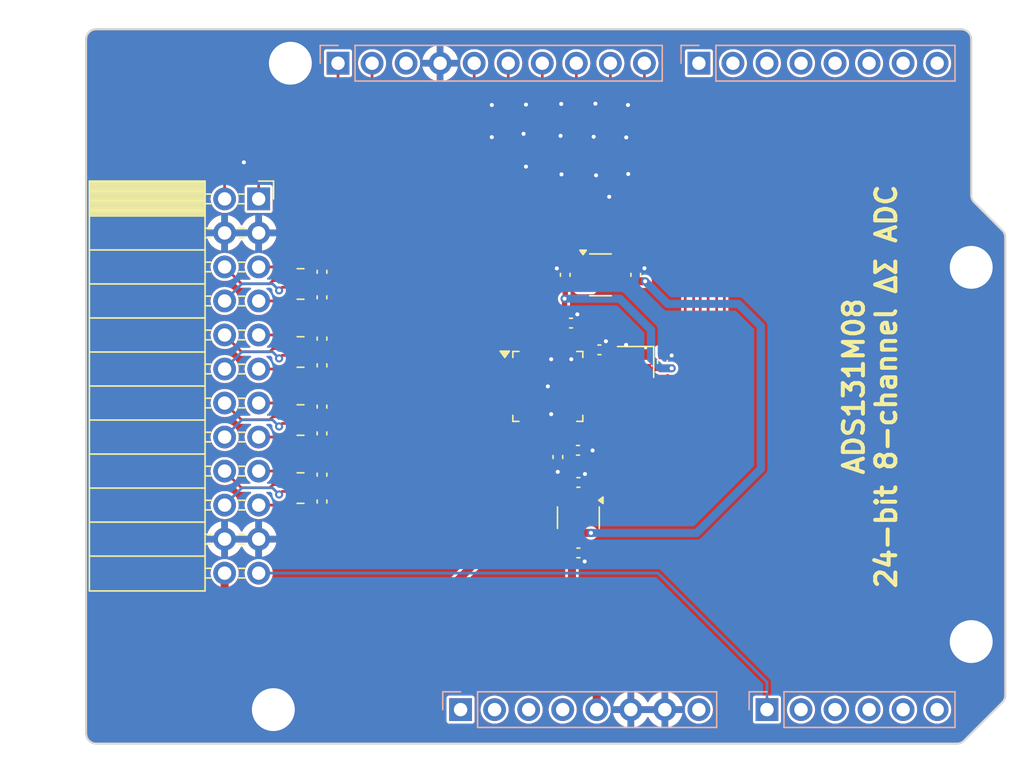
<source format=kicad_pcb>
(kicad_pcb (version 20240703) (generator "pcbnew") (generator_version "8.99")
  (title_block (date "mar. 31 mars 2015"))
  (layers (0 "F.Cu" signal) (1 "In1.Cu" signal) (2 "In2.Cu" signal) (31 "B.Cu" signal) (34 "B.Paste" user) (35 "F.Paste" user) (36 "B.SilkS" user "B.Silkscreen") (37 "F.SilkS" user "F.Silkscreen") (38 "B.Mask" user) (39 "F.Mask" user) (44 "Edge.Cuts" user))
  (net 0 "")
  (net 1 "GND")
  (net 3 "+5V")
  (net 4 "/IOREF")
  (net 5 "/A0")
  (net 6 "/A1")
  (net 7 "/A2")
  (net 8 "/A3")
  (net 9 "/SDA{slash}A4")
  (net 10 "/SCL{slash}A5")
  (net 11 "/13")
  (net 12 "/12")
  (net 13 "/AREF")
  (net 14 "/8")
  (net 15 "/7")
  (net 16 "/*11")
  (net 17 "/*10")
  (net 18 "/*9")
  (net 19 "/4")
  (net 20 "/2")
  (net 21 "/*6")
  (net 22 "/*5")
  (net 23 "/TX{slash}1")
  (net 24 "/*3")
  (net 25 "/RX{slash}0")
  (net 26 "+3V3")
  (net 27 "VCC")
  (net 28 "/~{RESET}")
  (net 29 "+3.3V")
  (net 31 "+3.3VADC")
  (net 33 "/AIN0N")
  (net 34 "/AIN0P")
  (net 35 "/AIN1N")
  (net 36 "/AIN1P")
  (net 37 "Net-(U1-CAP)")
  (net 39 "/AIN2P")
  (net 40 "/AIN2N")
  (net 41 "/AIN3P")
  (net 42 "/AIN3N")
  (net 43 "/AIN4P")
  (net 44 "/AIN4N")
  (net 45 "/AIN5N")
  (net 47 "/AIN5P")
  (net 48 "/AIN6N")
  (net 49 "/AIN6P")
  (net 50 "/AIN7P")
  (net 51 "/AIN7N")
  (net 52 "Net-(U1-REFIN)")
  (net 53 "Net-(U1-XTAL1{slash}CLKIN)")
  (net 55 "/IN0+")
  (net 56 "/IN0-")
  (net 57 "/IN2+")
  (net 58 "/IN2-")
  (net 59 "/IN4+")
  (net 60 "/IN1+")
  (net 61 "/IN5-")
  (net 62 "/IN1-")
  (net 63 "/IN5+")
  (net 64 "/IN3-")
  (net 65 "/IN4-")
  (net 66 "/IN6+")
  (net 67 "/IN7+")
  (net 68 "/IN6-")
  (net 69 "/IN7-")
  (net 70 "/IN3+")
  (footprint "Capacitor_SMD:C_0402_1005Metric" (layer "F.Cu") (at 136.7 78.1)
    (property "Reference" "C2" (hide yes))
    (property "Value" "1uF")
  )
  (footprint "Capacitor_SMD:C_0402_1005Metric" (layer "F.Cu") (at 135.2 78.6 -90)
    (property "Reference" "C3" (hide yes))
    (property "Value" "100nF")
  )
  (footprint "Connector_PinSocket_2.54mm:PinSocket_2x12_P2.54mm_Horizontal" (layer "F.Cu") (at 112.875 59.33)
    (property "Reference" "J5" (hide yes))
    (property "Value" "Conn_02x12_Odd_Even")
  )
  (footprint "Resistor_SMD:R_Array_Concave_4x0402" (layer "F.Cu") (at 116 65.68 180)
    (property "Reference" "RN3" (hide yes))
    (property "Value" "10kR")
  )
  (footprint "Resistor_SMD:R_Array_Concave_4x0402" (layer "F.Cu") (at 116 70.76 180)
    (property "Reference" "RN1" (hide yes))
    (property "Value" "10kR")
  )
  (footprint "Capacitor_SMD:C_0402_1005Metric" (layer "F.Cu") (at 143 71.5 90)
    (property "Reference" "C5" (hide yes))
    (property "Value" "100nF")
  )
  (footprint "Capacitor_SMD:C_0402_1005Metric" (layer "F.Cu") (at 117.6 74.84 -90)
    (property "Reference" "C10" (hide yes))
    (property "Value" "10nF")
  )
  (footprint "Capacitor_SMD:C_0402_1005Metric" (layer "F.Cu") (at 117.6 66.68 90)
    (property "Reference" "C7" (hide yes))
    (property "Value" "10nF")
  )
  (footprint "Capacitor_SMD:C_0402_1005Metric" (layer "F.Cu") (at 117.6 79.92 -90)
    (property "Reference" "C12" (hide yes))
    (property "Value" "10nF")
  )
  (footprint "Capacitor_SMD:C_0402_1005Metric" (layer "F.Cu") (at 117.6 81.92 90)
    (property "Reference" "C13" (hide yes))
    (property "Value" "10nF")
  )
  (footprint "Capacitor_SMD:C_0402_1005Metric" (layer "F.Cu") (at 117.6 71.76 90)
    (property "Reference" "C9" (hide yes))
    (property "Value" "10nF")
  )
  (footprint "Crystal:Crystal_SMD_2016-4Pin_2.0x1.6mm" (layer "F.Cu") (at 141 71.5 180)
    (property "Reference" "X1" (hide yes))
    (property "Value" "SiT8008")
  )
  (footprint "Capacitor_SMD:C_0402_1005Metric" (layer "F.Cu") (at 136.73 80.5)
    (property "Reference" "C17" (hide yes))
    (property "Value" "1uF")
  )
  (footprint "Arduino_MountingHole:MountingHole_3.2mm" (layer "F.Cu") (at 115.24 49.2)
    (property "Reference" "MH1" (hide yes))
    (property "Value" "MountingHole_3.2mm" (hide yes))
  )
  (footprint "Capacitor_SMD:C_0402_1005Metric" (layer "F.Cu") (at 135.75 65 90)
    (property "Reference" "C15" (hide yes))
    (property "Value" "1uF")
  )
  (footprint "Capacitor_SMD:C_0402_1005Metric" (layer "F.Cu") (at 136.18 68.6)
    (property "Reference" "C1" (hide yes))
    (property "Value" "1uF")
  )
  (footprint "Package_QFP:LQFP-32_5x5mm_P0.5mm" (layer "F.Cu") (at 134.45 73.33)
    (property "Reference" "U1" (hide yes))
    (property "Value" "ADS131M08IPB")
  )
  (footprint "Resistor_SMD:R_Array_Concave_4x0402" (layer "F.Cu") (at 116 80.92 180)
    (property "Reference" "RN4" (hide yes))
    (property "Value" "10kR")
  )
  (footprint "Capacitor_SMD:C_0402_1005Metric" (layer "F.Cu") (at 141.01 65 90)
    (property "Reference" "C16" (hide yes))
    (property "Value" "1uF")
  )
  (footprint "Package_TO_SOT_SMD:SOT-23-3" (layer "F.Cu") (at 138.38 65)
    (property "Reference" "U2" (hide yes))
    (property "Value" "XC6206PxxxMR")
  )
  (footprint "Capacitor_SMD:C_0402_1005Metric" (layer "F.Cu") (at 117.6 64.77 -90)
    (property "Reference" "C6" (hide yes))
    (property "Value" "10nF")
  )
  (footprint "Capacitor_SMD:C_0402_1005Metric" (layer "F.Cu") (at 117.6 76.84 90)
    (property "Reference" "C11" (hide yes))
    (property "Value" "10nF")
  )
  (footprint "Capacitor_SMD:C_0402_1005Metric" (layer "F.Cu") (at 136.73 85.76)
    (property "Reference" "C14" (hide yes))
    (property "Value" "1uF")
  )
  (footprint "Capacitor_SMD:C_0402_1005Metric" (layer "F.Cu") (at 138.3 70.6)
    (property "Reference" "C4" (hide yes))
    (property "Value" "220nF")
  )
  (footprint "Capacitor_SMD:C_0402_1005Metric" (layer "F.Cu") (at 117.6 69.76 -90)
    (property "Reference" "C8" (hide yes))
    (property "Value" "10nF")
  )
  (footprint "Arduino_MountingHole:MountingHole_3.2mm" (layer "F.Cu") (at 113.97 97.46)
    (property "Reference" "MH2" (hide yes))
    (property "Value" "MountingHole_3.2mm" (hide yes))
  )
  (footprint "Arduino_MountingHole:MountingHole_3.2mm" (layer "F.Cu") (at 166.04 64.44)
    (property "Reference" "MH3" (hide yes))
    (property "Value" "MountingHole_3.2mm" (hide yes))
  )
  (footprint "Arduino_MountingHole:MountingHole_3.2mm" (layer "F.Cu") (at 166.04 92.38)
    (property "Reference" "MH4" (hide yes))
    (property "Value" "MountingHole_3.2mm" (hide yes))
  )
  (footprint "Resistor_SMD:R_Array_Concave_4x0402" (layer "F.Cu") (at 116 75.84 180)
    (property "Reference" "RN2" (hide yes))
    (property "Value" "10kR")
  )
  (footprint "Package_TO_SOT_SMD:SOT-23-3" (layer "F.Cu") (at 136.73 83.13 -90)
    (property "Reference" "U3" (hide yes))
    (property "Value" "XC6206PxxxMR")
  )
  (footprint "Connector_PinHeader_2.54mm:PinHeader_1x08_P2.54mm_Vertical" (layer "B.Cu") (at 127.94 97.46 -90)
    (property "Reference" "J1" (hide yes))
    (property "Value" "Power")
  )
  (footprint "Connector_PinHeader_2.54mm:PinHeader_1x06_P2.54mm_Vertical" (layer "B.Cu") (at 150.8 97.46 -90)
    (property "Reference" "J3" (hide yes))
    (property "Value" "Analog")
  )
  (footprint "Connector_PinHeader_2.54mm:PinHeader_1x10_P2.54mm_Vertical" (layer "B.Cu") (at 118.796 49.2 -90)
    (property "Reference" "J2" (hide yes))
    (property "Value" "Digital/PWM")
  )
  (footprint "Connector_PinHeader_2.54mm:PinHeader_1x08_P2.54mm_Vertical" (layer "B.Cu") (at 145.72 49.2 -90)
    (property "Reference" "J4" (hide yes))
    (property "Value" "Digital/PWM")
  )
  (gr_line (start 166.263185 59.583185) (end 168.356816 61.676816) (stroke (width 0.15)) (layer "Edge.Cuts"))
  (gr_line (start 100 99.238) (end 100 47.422) (stroke (width 0.15)) (layer "Edge.Cuts"))
  (gr_arc (start 166.263185 59.583185) (mid 166.098004 59.335974) (end 166.04 59.044369) (stroke (width 0.15)) (layer "Edge.Cuts"))
  (gr_arc (start 165.278 46.66) (mid 165.816815 46.883185) (end 166.04 47.422) (stroke (width 0.15)) (layer "Edge.Cuts"))
  (gr_line (start 168.58 62.215631) (end 168.58 96.382369) (stroke (width 0.15)) (layer "Edge.Cuts"))
  (gr_line (start 164.962369 100) (end 100.762 100) (stroke (width 0.15)) (layer "Edge.Cuts"))
  (gr_line (start 165.501185 99.776815) (end 168.356816 96.921184) (stroke (width 0.15)) (layer "Edge.Cuts"))
  (gr_line (start 100.762 46.66) (end 165.278 46.66) (stroke (width 0.15)) (layer "Edge.Cuts"))
  (gr_arc (start 100.762 100) (mid 100.223185 99.776815) (end 100 99.238) (stroke (width 0.15)) (layer "Edge.Cuts"))
  (gr_arc (start 168.58 96.382369) (mid 168.522006 96.67398) (end 168.356816 96.921184) (stroke (width 0.15)) (layer "Edge.Cuts"))
  (gr_arc (start 165.501185 99.776815) (mid 165.253974 99.941996) (end 164.962369 100) (stroke (width 0.15)) (layer "Edge.Cuts"))
  (gr_arc (start 168.356816 61.676816) (mid 168.521997 61.924026) (end 168.58 62.215631) (stroke (width 0.15)) (layer "Edge.Cuts"))
  (gr_line (start 166.04 47.422) (end 166.04 59.044369) (stroke (width 0.15)) (layer "Edge.Cuts"))
  (gr_arc (start 100 47.422) (mid 100.223185 46.883185) (end 100.762 46.66) (stroke (width 0.15)) (layer "Edge.Cuts"))
  (gr_text "ADS131M08\n24-bit 8-channel ΔΣ ADC" (at 158.49 73.33 90) (layer "F.SilkS") (effects (font (size 1.5 1.5) (thickness 0.3) (bold yes))))
  (segment (start 136.2 70.155) (end 136.2 71.3) (width 0.2) (layer "F.Cu") (net 1))
  (segment (start 135.2 79.7) (end 135.19 79.71) (width 0.4) (layer "F.Cu") (net 1))
  (segment (start 136.41 69.11) (end 136.2 69.32) (width 0.2) (layer "F.Cu") (net 1))
  (segment (start 136.2 69.32) (end 136.2 70.155) (width 0.2) (layer "F.Cu") (net 1))
  (segment (start 135.75 64.52) (end 136.16 64.52) (width 0.4) (layer "F.Cu") (net 1))
  (segment (start 141.01 64.52) (end 141.65 64.52) (width 0.4) (layer "F.Cu") (net 1))
  (segment (start 134.7 70.155) (end 134.7 71.3) (width 0.2) (layer "F.Cu") (net 1))
  (segment (start 138.78 70.6) (end 138.78 69.96) (width 0.4) (layer "F.Cu") (net 1))
  (segment (start 136.66 68.6) (end 136.66 67.96) (width 0.4) (layer "F.Cu") (net 1))
  (segment (start 137.18 78.1) (end 137.78 78.1) (width 0.4) (layer "F.Cu") (net 1))
  (segment (start 137.21 80.5) (end 137.21 79.88) (width 0.4) (layer "F.Cu") (net 1))
  (segment (start 137.68 81.22) (end 137.21 80.75) (width 0.4) (layer "F.Cu") (net 1))
  (segment (start 137.21 80.75) (end 137.21 80.5) (width 0.4) (layer "F.Cu") (net 1))
  (segment (start 140.3 70.24) (end 140.29 70.23) (width 0.4) (layer "F.Cu") (net 1))
  (segment (start 136.66 69) (end 136.55 69.11) (width 0.4) (layer "F.Cu") (net 1))
  (segment (start 135.75 64.52) (end 135.12 64.52) (width 0.4) (layer "F.Cu") (net 1))
  (segment (start 136.16 64.52) (end 136.63 64.05) (width 0.4) (layer "F.Cu") (net 1))
  (segment (start 137.21 86.39) (end 137.2 86.4) (width 0.4) (layer "F.Cu") (net 1))
  (segment (start 134.7 76.505) (end 134.7 75.4) (width 0.2) (layer "F.Cu") (net 1))
  (segment (start 137.21 79.88) (end 137.22 79.87) (width 0.4) (layer "F.Cu") (net 1))
  (segment (start 140.3 70.95) (end 140.3 70.24) (width 0.4) (layer "F.Cu") (net 1))
  (segment (start 137.21 85.76) (end 137.21 86.39) (width 0.4) (layer "F.Cu") (net 1))
  (segment (start 136.66 67.96) (end 136.65 67.95) (width 0.4) (layer "F.Cu") (net 1))
  (segment (start 141.65 64.52) (end 141.66 64.51) (width 0.4) (layer "F.Cu") (net 1))
  (segment (start 136.66 68.6) (end 136.66 69) (width 0.4) (layer "F.Cu") (net 1))
  (segment (start 136.63 64.05) (end 137.2425 64.05) (width 0.4) (layer "F.Cu") (net 1))
  (segment (start 135.2 79.08) (end 135.2 79.7) (width 0.4) (layer "F.Cu") (net 1))
  (segment (start 137.68 81.9925) (end 137.68 81.22) (width 0.4) (layer "F.Cu") (net 1))
  (segment (start 136.55 69.11) (end 136.41 69.11) (width 0.2) (layer "F.Cu") (net 1))
  (segment (start 137.78 78.1) (end 137.79 78.11) (width 0.4) (layer "F.Cu") (net 1))
  (segment (start 143 71.02) (end 143.69 71.02) (width 0.4) (layer "F.Cu") (net 1))
  (via (at 137.87 54.69) (size 0.6) (drill 0.3) (layers "F.Cu" "B.Cu") (net 1))
  (via (at 137.2 86.4) (size 0.6) (drill 0.3) (layers "F.Cu" "B.Cu") (net 1))
  (via (at 140.29 70.23) (size 0.6) (drill 0.3) (layers "F.Cu" "B.Cu") (net 1))
  (via (at 138.78 69.96) (size 0.6) (drill 0.3) (layers "F.Cu" "B.Cu") (net 1))
  (via (at 132.82 52.29) (size 0.6) (drill 0.3) (layers "F.Cu" "B.Cu") (net 1))
  (via (at 134.45 73.33) (size 0.6) (drill 0.3) (layers "F.Cu" "B.Cu") (net 1))
  (via (at 135.12 64.52) (size 0.6) (drill 0.3) (layers "F.Cu" "B.Cu") (net 1))
  (via (at 134.7 71.3) (size 0.6) (drill 0.3) (layers "F.Cu" "B.Cu") (net 1))
  (via (at 136.65 67.95) (size 0.6) (drill 0.3) (layers "F.Cu" "B.Cu") (net 1))
  (via (at 141.66 64.51) (size 0.6) (drill 0.3) (layers "F.Cu" "B.Cu") (net 1))
  (via (at 135.19 79.71) (size 0.6) (drill 0.3) (layers "F.Cu" "B.Cu") (net 1))
  (via (at 139.03 59.17) (size 0.6) (drill 0.3) (layers "F.Cu" "B.Cu") (net 1))
  (via (at 136.2 71.3) (size 0.6) (drill 0.3) (layers "F.Cu" "B.Cu") (net 1))
  (via (at 137.79 78.11) (size 0.6) (drill 0.3) (layers "F.Cu" "B.Cu") (net 1))
  (via (at 137.22 79.87) (size 0.6) (drill 0.3) (layers "F.Cu" "B.Cu") (net 1))
  (via (at 140.43 52.32) (size 0.6) (drill 0.3) (layers "F.Cu" "B.Cu") (net 1))
  (via (at 130.27 52.32) (size 0.6) (drill 0.3) (layers "F.Cu" "B.Cu") (net 1))
  (via (at 130.27 54.72) (size 0.6) (drill 0.3) (layers "F.Cu" "B.Cu") (net 1))
  (via (at 132.64 54.47) (size 0.6) (drill 0.3) (layers "F.Cu" "B.Cu") (net 1))
  (via (at 132.82 56.92) (size 0.6) (drill 0.3) (layers "F.Cu" "B.Cu") (net 1))
  (via (at 140.3 54.74) (size 0.6) (drill 0.3) (layers "F.Cu" "B.Cu") (net 1))
  (via (at 134.7 75.4) (size 0.6) (drill 0.3) (layers "F.Cu" "B.Cu") (net 1))
  (via (at 138.05 57.57) (size 0.6) (drill 0.3) (layers "F.Cu" "B.Cu") (net 1))
  (via (at 143.69 71.02) (size 0.6) (drill 0.3) (layers "F.Cu" "B.Cu") (net 1))
  (via (at 138 52.22) (size 0.6) (drill 0.3) (layers "F.Cu" "B.Cu") (net 1))
  (via (at 140.45 57.47) (size 0.6) (drill 0.3) (layers "F.Cu" "B.Cu") (net 1))
  (via (at 111.77 56.6) (size 0.6) (drill 0.3) (layers "F.Cu" "B.Cu") (net 1))
  (via (at 135.4 54.62) (size 0.6) (drill 0.3) (layers "F.Cu" "B.Cu") (net 1))
  (via (at 135.47 57.5) (size 0.6) (drill 0.3) (layers "F.Cu" "B.Cu") (net 1))
  (via (at 135.45 52.24) (size 0.6) (drill 0.3) (layers "F.Cu" "B.Cu") (net 1))
  (segment (start 139.5175 65) (end 140.24 65) (width 0.4) (layer "F.Cu") (net 3))
  (segment (start 136.25 90.54) (end 138.1 92.39) (width 0.6) (layer "F.Cu") (net 3))
  (segment (start 136.25 85.76) (end 136.25 90.54) (width 0.6) (layer "F.Cu") (net 3))
  (segment (start 136.7325 84.27) (end 136.73 84.2675) (width 0.6) (layer "F.Cu") (net 3))
  (segment (start 110.335 90.485) (end 111.2 91.35) (width 0.6) (layer "F.Cu") (net 3))
  (segment (start 138.1 92.39) (end 138.1 97.46) (width 0.6) (layer "F.Cu") (net 3))
  (segment (start 140.24 65) (end 140.72 65.48) (width 0.4) (layer "F.Cu") (net 3))
  (segment (start 124.18 91.35) (end 131.2625 84.2675) (width 0.6) (layer "F.Cu") (net 3))
  (segment (start 110.335 87.27) (end 110.335 90.485) (width 0.6) (layer "F.Cu") (net 3))
  (segment (start 136.56 85.27) (end 136.73 85.1) (width 0.4) (layer "F.Cu") (net 3))
  (segment (start 137.67 84.27) (end 136.7325 84.27) (width 0.6) (layer "F.Cu") (net 3))
  (segment (start 140.72 65.48) (end 141.01 65.48) (width 0.4) (layer "F.Cu") (net 3))
  (segment (start 131.2625 84.2675) (end 136.73 84.2675) (width 0.6) (layer "F.Cu") (net 3))
  (segment (start 136.25 85.76) (end 136.25 85.37) (width 0.4) (layer "F.Cu") (net 3))
  (segment (start 136.25 85.37) (end 136.35 85.27) (width 0.4) (layer "F.Cu") (net 3))
  (segment (start 136.35 85.27) (end 136.56 85.27) (width 0.4) (layer "F.Cu") (net 3))
  (segment (start 141.01 65.48) (end 141.71 65.48) (width 0.6) (layer "F.Cu") (net 3))
  (segment (start 136.73 85.1) (end 136.73 84.2675) (width 0.4) (layer "F.Cu") (net 3))
  (segment (start 111.2 91.35) (end 124.18 91.35) (width 0.6) (layer "F.Cu") (net 3))
  (via (at 137.67 84.27) (size 0.6) (drill 0.3) (layers "F.Cu" "B.Cu") (net 3))
  (via (at 141.71 65.48) (size 0.6) (drill 0.3) (layers "F.Cu" "B.Cu") (net 3))
  (segment (start 148.67 67.17) (end 150.34 68.84) (width 0.6) (layer "B.Cu") (net 3))
  (segment (start 145.55 84.27) (end 137.67 84.27) (width 0.6) (layer "B.Cu") (net 3))
  (segment (start 141.71 65.48) (end 143.4 67.17) (width 0.6) (layer "B.Cu") (net 3))
  (segment (start 150.34 68.84) (end 150.34 70.72) (width 0.6) (layer "B.Cu") (net 3))
  (segment (start 143.4 67.17) (end 148.67 67.17) (width 0.6) (layer "B.Cu") (net 3))
  (segment (start 146.74 83.08) (end 145.55 84.27) (width 0.6) (layer "B.Cu") (net 3))
  (segment (start 150.34 70.72) (end 150.34 79.48) (width 0.6) (layer "B.Cu") (net 3))
  (segment (start 150.34 79.48) (end 146.74 83.08) (width 0.6) (layer "B.Cu") (net 3))
  (segment (start 142.66 87.27) (end 150.8 95.41) (width 0.2) (layer "B.Cu") (net 5))
  (segment (start 150.8 95.41) (end 150.8 97.46) (width 0.2) (layer "B.Cu") (net 5))
  (segment (start 112.875 87.27) (end 142.66 87.27) (width 0.2) (layer "B.Cu") (net 5))
  (segment (start 112.875 57.695) (end 112.875 59.33) (width 0.2) (layer "F.Cu") (net 9))
  (segment (start 121.336 49.2) (end 121.336 50.784) (width 0.2) (layer "F.Cu") (net 9))
  (segment (start 121.336 50.784) (end 115.65 56.47) (width 0.2) (layer "F.Cu") (net 9))
  (segment (start 115.65 56.47) (end 114.1 56.47) (width 0.2) (layer "F.Cu") (net 9))
  (segment (start 114.1 56.47) (end 112.875 57.695) (width 0.2) (layer "F.Cu") (net 9))
  (segment (start 110.335 56.275) (end 111.08 55.53) (width 0.2) (layer "F.Cu") (net 10))
  (segment (start 111.08 55.53) (end 114.65 55.53) (width 0.2) (layer "F.Cu") (net 10))
  (segment (start 114.65 55.53) (end 118.796 51.384) (width 0.2) (layer "F.Cu") (net 10))
  (segment (start 110.335 59.33) (end 110.335 56.275) (width 0.2) (layer "F.Cu") (net 10))
  (segment (start 118.796 51.384) (end 118.796 49.2) (width 0.2) (layer "F.Cu") (net 10))
  (segment (start 134.43 61.9) (end 128.956 56.426) (width 0.2) (layer "F.Cu") (net 11))
  (segment (start 137.625 73.08) (end 144.24 73.08) (width 0.2) (layer "F.Cu") (net 11))
  (segment (start 144.7 63.51) (end 143.09 61.9) (width 0.2) (layer "F.Cu") (net 11))
  (segment (start 143.09 61.9) (end 134.43 61.9) (width 0.2) (layer "F.Cu") (net 11))
  (segment (start 144.24 73.08) (end 144.7 72.62) (width 0.2) (layer "F.Cu") (net 11))
  (segment (start 144.7 72.62) (end 144.7 63.51) (width 0.2) (layer "F.Cu") (net 11))
  (segment (start 128.956 56.426) (end 128.956 49.2) (width 0.2) (layer "F.Cu") (net 11))
  (segment (start 131.496 49.2) (end 131.496 58.016) (width 0.2) (layer "F.Cu") (net 12))
  (segment (start 145.33 63.26) (end 145.33 72.87) (width 0.2) (layer "F.Cu") (net 12))
  (segment (start 143.39 61.32) (end 145.33 63.26) (width 0.2) (layer "F.Cu") (net 12))
  (segment (start 144.62 73.58) (end 137.625 73.58) (width 0.2) (layer "F.Cu") (net 12))
  (segment (start 134.8 61.32) (end 143.39 61.32) (width 0.2) (layer "F.Cu") (net 12))
  (segment (start 145.33 72.87) (end 144.62 73.58) (width 0.2) (layer "F.Cu") (net 12))
  (segment (start 131.496 58.016) (end 134.8 61.32) (width 0.2) (layer "F.Cu") (net 12))
  (segment (start 141.656 49.2) (end 141.656 58.326) (width 0.2) (layer "F.Cu") (net 14))
  (segment (start 147.62 74.45) (end 145.565 76.505) (width 0.2) (layer "F.Cu") (net 14))
  (segment (start 145.565 76.505) (end 136.2 76.505) (width 0.2) (layer "F.Cu") (net 14))
  (segment (start 141.656 58.326) (end 142.39 59.06) (width 0.2) (layer "F.Cu") (net 14))
  (segment (start 147.62 62.28) (end 147.62 74.45) (width 0.2) (layer "F.Cu") (net 14))
  (segment (start 142.39 59.06) (end 144.4 59.06) (width 0.2) (layer "F.Cu") (net 14))
  (segment (start 144.4 59.06) (end 147.62 62.28) (width 0.2) (layer "F.Cu") (net 14))
  (segment (start 143.62 60.76) (end 136.2 60.76) (width 0.2) (layer "F.Cu") (net 16))
  (segment (start 145.82 73.21) (end 145.82 62.96) (width 0.2) (layer "F.Cu") (net 16))
  (segment (start 134.036 58.596) (end 134.036 49.2) (width 0.2) (layer "F.Cu") (net 16))
  (segment (start 136.2 60.76) (end 134.036 58.596) (width 0.2) (layer "F.Cu") (net 16))
  (segment (start 145.82 62.96) (end 143.62 60.76) (width 0.2) (layer "F.Cu") (net 16))
  (segment (start 137.625 74.08) (end 144.95 74.08) (width 0.2) (layer "F.Cu") (net 16))
  (segment (start 144.95 74.08) (end 145.82 73.21) (width 0.2) (layer "F.Cu") (net 16))
  (segment (start 145.38 74.58) (end 137.625 74.58) (width 0.2) (layer "F.Cu") (net 17))
  (segment (start 146.41 62.74) (end 146.41 73.55) (width 0.2) (layer "F.Cu") (net 17))
  (segment (start 146.41 73.55) (end 145.38 74.58) (width 0.2) (layer "F.Cu") (net 17))
  (segment (start 136.576 49.2) (end 136.576 58.196) (width 0.2) (layer "F.Cu") (net 17))
  (segment (start 138.6 60.22) (end 143.89 60.22) (width 0.2) (layer "F.Cu") (net 17))
  (segment (start 143.89 60.22) (end 146.41 62.74) (width 0.2) (layer "F.Cu") (net 17))
  (segment (start 136.576 58.196) (end 138.6 60.22) (width 0.2) (layer "F.Cu") (net 17))
  (segment (start 147.05 73.92) (end 147.05 62.48) (width 0.2) (layer "F.Cu") (net 18))
  (segment (start 139.116 57.666) (end 139.116 49.2) (width 0.2) (layer "F.Cu") (net 18))
  (segment (start 145.89 75.08) (end 147.05 73.92) (width 0.2) (layer "F.Cu") (net 18))
  (segment (start 144.2 59.63) (end 141.08 59.63) (width 0.2) (layer "F.Cu") (net 18))
  (segment (start 141.08 59.63) (end 139.116 57.666) (width 0.2) (layer "F.Cu") (net 18))
  (segment (start 147.05 62.48) (end 144.2 59.63) (width 0.2) (layer "F.Cu") (net 18))
  (segment (start 137.625 75.08) (end 145.89 75.08) (width 0.2) (layer "F.Cu") (net 18))
  (segment (start 135.7 68.6) (end 135.7 69.26) (width 0.4) (layer "F.Cu") (net 29))
  (segment (start 135.75 65.48) (end 136.15 65.48) (width 0.4) (layer "F.Cu") (net 29))
  (segment (start 142.35 72.05) (end 142.42 71.98) (width 0.4) (layer "F.Cu") (net 29))
  (segment (start 142.42 71.98) (end 143 71.98) (width 0.4) (layer "F.Cu") (net 29))
  (segment (start 135.75 65.48) (end 135.75 66.73) (width 0.4) (layer "F.Cu") (net 29))
  (segment (start 143 71.98) (end 143.69 71.98) (width 0.4) (layer "F.Cu") (net 29))
  (segment (start 141.7 72.05) (end 142.35 72.05) (width 0.4) (layer "F.Cu") (net 29))
  (segment (start 135.75 66.73) (end 135.7 66.78) (width 0.4) (layer "F.Cu") (net 29))
  (segment (start 136.15 65.48) (end 136.62 65.95) (width 0.4) (layer "F.Cu") (net 29))
  (segment (start 135.7 70.155) (end 135.7 69.26) (width 0.2) (layer "F.Cu") (net 29))
  (segment (start 135.7 66.78) (end 135.7 68.6) (width 0.4) (layer "F.Cu") (net 29))
  (segment (start 136.62 65.95) (end 137.2425 65.95) (width 0.4) (layer "F.Cu") (net 29))
  (via (at 143.69 71.98) (size 0.6) (drill 0.3) (layers "F.Cu" "B.Cu") (net 29))
  (via (at 135.7 66.78) (size 0.6) (drill 0.3) (layers "F.Cu" "B.Cu") (net 29))
  (segment (start 142.15 71.26) (end 142.15 69.11) (width 0.6) (layer "B.Cu") (net 29))
  (segment (start 139.82 66.78) (end 135.7 66.78) (width 0.6) (layer "B.Cu") (net 29))
  (segment (start 142.15 69.11) (end 139.82 66.78) (width 0.6) (layer "B.Cu") (net 29))
  (segment (start 142.87 71.98) (end 142.15 71.26) (width 0.6) (layer "B.Cu") (net 29))
  (segment (start 143.69 71.98) (end 142.87 71.98) (width 0.6) (layer "B.Cu") (net 29))
  (segment (start 135.905 77.555) (end 136.155 77.555) (width 0.2) (layer "F.Cu") (net 31))
  (segment (start 136.25 80.76) (end 136.25 80.5) (width 0.4) (layer "F.Cu") (net 31))
  (segment (start 136.22 77.62) (end 136.22 78.1) (width 0.2) (layer "F.Cu") (net 31))
  (segment (start 136.22 78.53) (end 136.22 78.1) (width 0.4) (layer "F.Cu") (net 31))
  (segment (start 135.7 76.505) (end 135.7 77.35) (width 0.2) (layer "F.Cu") (net 31))
  (segment (start 135.78 81.23) (end 136.25 80.76) (width 0.4) (layer "F.Cu") (net 31))
  (segment (start 136.155 77.555) (end 136.22 77.62) (width 0.2) (layer "F.Cu") (net 31))
  (segment (start 136.25 78.56) (end 136.22 78.53) (width 0.4) (layer "F.Cu") (net 31))
  (segment (start 135.78 81.9925) (end 135.78 81.23) (width 0.4) (layer "F.Cu") (net 31))
  (segment (start 136.25 80.5) (end 136.25 78.56) (width 0.4) (layer "F.Cu") (net 31))
  (segment (start 135.7 77.35) (end 135.905 77.555) (width 0.2) (layer "F.Cu") (net 31))
  (segment (start 117.2 65.16) (end 116.93 65.43) (width 0.2) (layer "F.Cu") (net 33))
  (segment (start 117.6 65.16) (end 117.2 65.16) (width 0.2) (layer "F.Cu") (net 33))
  (segment (start 133.7 70.15) (end 133.7 66.345) (width 0.2) (layer "F.Cu") (net 33))
  (segment (start 132.57 65.215) (end 117.6 65.215) (width 0.2) (layer "F.Cu") (net 33))
  (segment (start 116.93 65.43) (end 116.5 65.43) (width 0.2) (layer "F.Cu") (net 33))
  (segment (start 133.7 66.345) (end 132.57 65.215) (width 0.2) (layer "F.Cu") (net 33))
  (segment (start 116.5 64.66) (end 116.96 64.2) (width 0.2) (layer "F.Cu") (net 34))
  (segment (start 132.77 64.255) (end 117.6 64.255) (width 0.2) (layer "F.Cu") (net 34))
  (segment (start 134.2 70.15) (end 134.2 65.685) (width 0.2) (layer "F.Cu") (net 34))
  (segment (start 116.5 64.93) (end 116.5 64.66) (width 0.2) (layer "F.Cu") (net 34))
  (segment (start 116.96 64.2) (end 117.6 64.2) (width 0.2) (layer "F.Cu") (net 34))
  (segment (start 134.2 65.685) (end 132.77 64.255) (width 0.2) (layer "F.Cu") (net 34))
  (segment (start 117.6 66.255) (end 131.5 66.255) (width 0.2) (layer "F.Cu") (net 35))
  (segment (start 131.5 66.255) (end 133.2 67.955) (width 0.2) (layer "F.Cu") (net 35))
  (segment (start 133.2 67.955) (end 133.2 70.15) (width 0.2) (layer "F.Cu") (net 35))
  (segment (start 116.87 65.93) (end 117.14 66.2) (width 0.2) (layer "F.Cu") (net 35))
  (segment (start 117.14 66.2) (end 117.6 66.2) (width 0.2) (layer "F.Cu") (net 35))
  (segment (start 116.5 65.93) (end 116.87 65.93) (width 0.2) (layer "F.Cu") (net 35))
  (segment (start 116.5 66.43) (end 116.5 66.76) (width 0.2) (layer "F.Cu") (net 36))
  (segment (start 132.7 70.15) (end 132.7 68.715) (width 0.2) (layer "F.Cu") (net 36))
  (segment (start 116.9 67.16) (end 117.6 67.16) (width 0.2) (layer "F.Cu") (net 36))
  (segment (start 132.7 68.715) (end 131.2 67.215) (width 0.2) (layer "F.Cu") (net 36))
  (segment (start 116.5 66.76) (end 116.9 67.16) (width 0.2) (layer "F.Cu") (net 36))
  (segment (start 131.2 67.215) (end 117.6 67.215) (width 0.2) (layer "F.Cu") (net 36))
  (segment (start 137.82 71.01) (end 137.625 71.205) (width 0.4) (layer "F.Cu") (net 37))
  (segment (start 137.82 70.6) (end 137.82 71.01) (width 0.4) (layer "F.Cu") (net 37))
  (segment (start 137.625 71.205) (end 137.625 71.53) (width 0.4) (layer "F.Cu") (net 37))
  (segment (start 131.275 71.575) (end 129.07 71.575) (width 0.2) (layer "F.Cu") (net 39))
  (segment (start 116.5 69.74) (end 116.96 69.28) (width 0.2) (layer "F.Cu") (net 39))
  (segment (start 116.96 69.28) (end 117.6 69.28) (width 0.2) (layer "F.Cu") (net 39))
  (segment (start 129.07 71.575) (end 126.83 69.335) (width 0.2) (layer "F.Cu") (net 39))
  (segment (start 126.83 69.335) (end 117.6 69.335) (width 0.2) (layer "F.Cu") (net 39))
  (segment (start 116.5 70.01) (end 116.5 69.74) (width 0.2) (layer "F.Cu") (net 39))
  (segment (start 117.2 70.24) (end 116.93 70.51) (width 0.2) (layer "F.Cu") (net 40))
  (segment (start 117.6 70.24) (end 117.2 70.24) (width 0.2) (layer "F.Cu") (net 40))
  (segment (start 116.93 70.51) (end 116.5 70.51) (width 0.2) (layer "F.Cu") (net 40))
  (segment (start 117.6 70.295) (end 124.84 70.295) (width 0.2) (layer "F.Cu") (net 40))
  (segment (start 124.84 70.295) (end 126.62 72.075) (width 0.2) (layer "F.Cu") (net 40))
  (segment (start 126.62 72.075) (end 131.275 72.075) (width 0.2) (layer "F.Cu") (net 40))
  (segment (start 116.9 72.24) (end 117.6 72.24) (width 0.2) (layer "F.Cu") (net 41))
  (segment (start 116.5 71.51) (end 116.5 71.84) (width 0.2) (layer "F.Cu") (net 41))
  (segment (start 117.6 72.295) (end 123.87 72.295) (width 0.2) (layer "F.Cu") (net 41))
  (segment (start 124.65 73.075) (end 131.275 73.075) (width 0.2) (layer "F.Cu") (net 41))
  (segment (start 116.5 71.84) (end 116.9 72.24) (width 0.2) (layer "F.Cu") (net 41))
  (segment (start 123.87 72.295) (end 124.65 73.075) (width 0.2) (layer "F.Cu") (net 41))
  (segment (start 116.87 71.01) (end 117.14 71.28) (width 0.2) (layer "F.Cu") (net 42))
  (segment (start 117.14 71.28) (end 117.6 71.28) (width 0.2) (layer "F.Cu") (net 42))
  (segment (start 124.51 71.335) (end 117.6 71.335) (width 0.2) (layer "F.Cu") (net 42))
  (segment (start 116.5 71.01) (end 116.87 71.01) (width 0.2) (layer "F.Cu") (net 42))
  (segment (start 125.75 72.575) (end 124.51 71.335) (width 0.2) (layer "F.Cu") (net 42))
  (segment (start 131.275 72.575) (end 125.75 72.575) (width 0.2) (layer "F.Cu") (net 42))
  (segment (start 123.87 74.36) (end 124.65 73.58) (width 0.2) (layer "F.Cu") (net 43))
  (segment (start 124.65 73.58) (end 131.275 73.58) (width 0.2) (layer "F.Cu") (net 43))
  (segment (start 116.96 74.36) (end 117.6 74.36) (width 0.2) (layer "F.Cu") (net 43))
  (segment (start 116.5 74.82) (end 116.96 74.36) (width 0.2) (layer "F.Cu") (net 43))
  (segment (start 117.6 74.36) (end 123.87 74.36) (width 0.2) (layer "F.Cu") (net 43))
  (segment (start 116.5 75.09) (end 116.5 74.82) (width 0.2) (layer "F.Cu") (net 43))
  (segment (start 125.75 74.08) (end 124.51 75.32) (width 0.2) (layer "F.Cu") (net 44))
  (segment (start 131.275 74.08) (end 125.75 74.08) (width 0.2) (layer "F.Cu") (net 44))
  (segment (start 116.93 75.59) (end 116.5 75.59) (width 0.2) (layer "F.Cu") (net 44))
  (segment (start 117.2 75.32) (end 116.93 75.59) (width 0.2) (layer "F.Cu") (net 44))
  (segment (start 117.6 75.32) (end 117.2 75.32) (width 0.2) (layer "F.Cu") (net 44))
  (segment (start 124.51 75.32) (end 117.6 75.32) (width 0.2) (layer "F.Cu") (net 44))
  (segment (start 126.62 74.58) (end 131.275 74.58) (width 0.2) (layer "F.Cu") (net 45))
  (segment (start 117.14 76.36) (end 117.6 76.36) (width 0.2) (layer "F.Cu") (net 45))
  (segment (start 117.6 76.36) (end 124.84 76.36) (width 0.2) (layer "F.Cu") (net 45))
  (segment (start 116.5 76.09) (end 116.87 76.09) (width 0.2) (layer "F.Cu") (net 45))
  (segment (start 124.84 76.36) (end 126.62 74.58) (width 0.2) (layer "F.Cu") (net 45))
  (segment (start 116.87 76.09) (end 117.14 76.36) (width 0.2) (layer "F.Cu") (net 45))
  (segment (start 116.5 76.92) (end 116.9 77.32) (width 0.2) (layer "F.Cu") (net 47))
  (segment (start 131.275 75.08) (end 129.07 75.08) (width 0.2) (layer "F.Cu") (net 47))
  (segment (start 129.07 75.08) (end 126.83 77.32) (width 0.2) (layer "F.Cu") (net 47))
  (segment (start 126.83 77.32) (end 117.6 77.32) (width 0.2) (layer "F.Cu") (net 47))
  (segment (start 116.5 76.59) (end 116.5 76.92) (width 0.2) (layer "F.Cu") (net 47))
  (segment (start 116.9 77.32) (end 117.6 77.32) (width 0.2) (layer "F.Cu") (net 47))
  (segment (start 116.93 80.67) (end 116.5 80.67) (width 0.2) (layer "F.Cu") (net 48))
  (segment (start 131.5 80.4) (end 133.2 78.7) (width 0.2) (layer "F.Cu") (net 48))
  (segment (start 117.2 80.4) (end 116.93 80.67) (width 0.2) (layer "F.Cu") (net 48))
  (segment (start 117.6 80.4) (end 117.2 80.4) (width 0.2) (layer "F.Cu") (net 48))
  (segment (start 133.2 78.7) (end 133.2 76.505) (width 0.2) (layer "F.Cu") (net 48))
  (segment (start 117.6 80.4) (end 131.5 80.4) (width 0.2) (layer "F.Cu") (net 48))
  (segment (start 131.2 79.44) (end 117.6 79.44) (width 0.2) (layer "F.Cu") (net 49))
  (segment (start 116.96 79.44) (end 117.6 79.44) (width 0.2) (layer "F.Cu") (net 49))
  (segment (start 116.5 80.17) (end 116.5 79.9) (width 0.2) (layer "F.Cu") (net 49))
  (segment (start 116.5 79.9) (end 116.96 79.44) (width 0.2) (layer "F.Cu") (net 49))
  (segment (start 132.7 77.94) (end 131.2 79.44) (width 0.2) (layer "F.Cu") (net 49))
  (segment (start 132.7 76.505) (end 132.7 77.94) (width 0.2) (layer "F.Cu") (net 49))
  (segment (start 116.5 81.67) (end 116.5 82) (width 0.2) (layer "F.Cu") (net 50))
  (segment (start 132.77 82.4) (end 117.6 82.4) (width 0.2) (layer "F.Cu") (net 50))
  (segment (start 116.5 82) (end 116.9 82.4) (width 0.2) (layer "F.Cu") (net 50))
  (segment (start 134.2 80.97) (end 132.77 82.4) (width 0.2) (layer "F.Cu") (net 50))
  (segment (start 116.9 82.4) (end 117.6 82.4) (width 0.2) (layer "F.Cu") (net 50))
  (segment (start 134.2 76.505) (end 134.2 80.97) (width 0.2) (layer "F.Cu") (net 50))
  (segment (start 117.14 81.44) (end 117.6 81.44) (width 0.2) (layer "F.Cu") (net 51))
  (segment (start 132.57 81.44) (end 117.6 81.44) (width 0.2) (layer "F.Cu") (net 51))
  (segment (start 116.87 81.17) (end 117.14 81.44) (width 0.2) (layer "F.Cu") (net 51))
  (segment (start 133.7 80.31) (end 132.57 81.44) (width 0.2) (layer "F.Cu") (net 51))
  (segment (start 116.5 81.17) (end 116.87 81.17) (width 0.2) (layer "F.Cu") (net 51))
  (segment (start 133.7 76.505) (end 133.7 80.31) (width 0.2) (layer "F.Cu") (net 51))
  (segment (start 135.2 78.12) (end 135.2 76.505) (width 0.2) (layer "F.Cu") (net 52))
  (segment (start 139.36 72.08) (end 139.39 72.05) (width 0.2) (layer "F.Cu") (net 53))
  (segment (start 137.625 72.08) (end 139.36 72.08) (width 0.2) (layer "F.Cu") (net 53))
  (segment (start 139.39 72.05) (end 140.3 72.05) (width 0.2) (layer "F.Cu") (net 53))
  (segment (start 114.65 64.41) (end 112.875 64.41) (width 0.2) (layer "F.Cu") (net 55))
  (segment (start 115.5 64.93) (end 115.17 64.93) (width 0.2) (layer "F.Cu") (net 55))
  (segment (start 115.17 64.93) (end 114.65 64.41) (width 0.2) (layer "F.Cu") (net 55))
  (segment (start 113.7 65.66) (end 111.585 65.66) (width 0.2) (layer "F.Cu") (net 56))
  (segment (start 115.5 65.43) (end 113.93 65.43) (width 0.2) (layer "F.Cu") (net 56))
  (segment (start 111.585 65.66) (end 110.335 64.41) (width 0.2) (layer "F.Cu") (net 56))
  (segment (start 113.93 65.43) (end 113.7 65.66) (width 0.2) (layer "F.Cu") (net 56))
  (segment (start 114.65 69.49) (end 112.875 69.49) (width 0.2) (layer "F.Cu") (net 57))
  (segment (start 115.17 70.01) (end 114.65 69.49) (width 0.2) (layer "F.Cu") (net 57))
  (segment (start 115.5 70.01) (end 115.17 70.01) (width 0.2) (layer "F.Cu") (net 57))
  (segment (start 115.5 70.51) (end 113.93 70.51) (width 0.2) (layer "F.Cu") (net 58))
  (segment (start 113.93 70.51) (end 113.7 70.74) (width 0.2) (layer "F.Cu") (net 58))
  (segment (start 111.585 70.74) (end 110.335 69.49) (width 0.2) (layer "F.Cu") (net 58))
  (segment (start 113.7 70.74) (end 111.585 70.74) (width 0.2) (layer "F.Cu") (net 58))
  (segment (start 115.5 75.09) (end 115.17 75.09) (width 0.2) (layer "F.Cu") (net 59))
  (segment (start 114.65 74.57) (end 112.875 74.57) (width 0.2) (layer "F.Cu") (net 59))
  (segment (start 115.17 75.09) (end 114.65 74.57) (width 0.2) (layer "F.Cu") (net 59))
  (segment (start 115.5 65.93) (end 114.63 65.93) (width 0.2) (layer "F.Cu") (net 60))
  (segment (start 114.63 65.93) (end 114.4 66.16) (width 0.2) (layer "F.Cu") (net 60))
  (via (at 114.4 66.16) (size 0.6) (drill 0.3) (layers "F.Cu" "B.Cu") (net 60))
  (segment (start 111.625 65.66) (end 110.335 66.95) (width 0.2) (layer "B.Cu") (net 60))
  (segment (start 113.9 65.66) (end 111.625 65.66) (width 0.2) (layer "B.Cu") (net 60))
  (segment (start 114.4 66.16) (end 113.9 65.66) (width 0.2) (layer "B.Cu") (net 60))
  (segment (start 115.13 76.59) (end 114.61 77.11) (width 0.2) (layer "F.Cu") (net 61))
  (segment (start 114.61 77.11) (end 112.875 77.11) (width 0.2) (layer "F.Cu") (net 61))
  (segment (start 115.5 76.59) (end 115.13 76.59) (width 0.2) (layer "F.Cu") (net 61))
  (segment (start 115.13 66.43) (end 114.61 66.95) (width 0.2) (layer "F.Cu") (net 62))
  (segment (start 114.61 66.95) (end 112.875 66.95) (width 0.2) (layer "F.Cu") (net 62))
  (segment (start 115.5 66.43) (end 115.13 66.43) (width 0.2) (layer "F.Cu") (net 62))
  (segment (start 114.63 76.09) (end 114.4 76.32) (width 0.2) (layer "F.Cu") (net 63))
  (segment (start 115.5 76.09) (end 114.63 76.09) (width 0.2) (layer "F.Cu") (net 63))
  (via (at 114.4 76.32) (size 0.6) (drill 0.3) (layers "F.Cu" "B.Cu") (net 63))
  (segment (start 113.9 75.82) (end 111.625 75.82) (width 0.2) (layer "B.Cu") (net 63))
  (segment (start 111.625 75.82) (end 110.335 77.11) (width 0.2) (layer "B.Cu") (net 63))
  (segment (start 114.4 76.32) (end 113.9 75.82) (width 0.2) (layer "B.Cu") (net 63))
  (segment (start 115.5 71.51) (end 115.13 71.51) (width 0.2) (layer "F.Cu") (net 64))
  (segment (start 115.13 71.51) (end 114.61 72.03) (width 0.2) (layer "F.Cu") (net 64))
  (segment (start 114.61 72.03) (end 112.875 72.03) (width 0.2) (layer "F.Cu") (net 64))
  (segment (start 115.5 75.59) (end 113.93 75.59) (width 0.2) (layer "F.Cu") (net 65))
  (segment (start 113.7 75.82) (end 111.585 75.82) (width 0.2) (layer "F.Cu") (net 65))
  (segment (start 111.585 75.82) (end 110.335 74.57) (width 0.2) (layer "F.Cu") (net 65))
  (segment (start 113.93 75.59) (end 113.7 75.82) (width 0.2) (layer "F.Cu") (net 65))
  (segment (start 115.17 80.17) (end 114.65 79.65) (width 0.2) (layer "F.Cu") (net 66))
  (segment (start 114.65 79.65) (end 112.875 79.65) (width 0.2) (layer "F.Cu") (net 66))
  (segment (start 115.5 80.17) (end 115.17 80.17) (width 0.2) (layer "F.Cu") (net 66))
  (segment (start 115.5 81.17) (end 114.63 81.17) (width 0.2) (layer "F.Cu") (net 67))
  (segment (start 114.63 81.17) (end 114.4 81.4) (width 0.2) (layer "F.Cu") (net 67))
  (via (at 114.4 81.4) (size 0.6) (drill 0.3) (layers "F.Cu" "B.Cu") (net 67))
  (segment (start 113.9 80.9) (end 111.625 80.9) (width 0.2) (layer "B.Cu") (net 67))
  (segment (start 111.625 80.9) (end 110.335 82.19) (width 0.2) (layer "B.Cu") (net 67))
  (segment (start 114.4 81.4) (end 113.9 80.9) (width 0.2) (layer "B.Cu") (net 67))
  (segment (start 113.7 80.9) (end 111.585 80.9) (width 0.2) (layer "F.Cu") (net 68))
  (segment (start 111.585 80.9) (end 110.335 79.65) (width 0.2) (layer "F.Cu") (net 68))
  (segment (start 115.5 80.67) (end 113.93 80.67) (width 0.2) (layer "F.Cu") (net 68))
  (segment (start 113.93 80.67) (end 113.7 80.9) (width 0.2) (layer "F.Cu") (net 68))
  (segment (start 115.5 81.67) (end 115.13 81.67) (width 0.2) (layer "F.Cu") (net 69))
  (segment (start 115.13 81.67) (end 114.61 82.19) (width 0.2) (layer "F.Cu") (net 69))
  (segment (start 114.61 82.19) (end 112.875 82.19) (width 0.2) (layer "F.Cu") (net 69))
  (segment (start 115.5 71.01) (end 114.63 71.01) (width 0.2) (layer "F.Cu") (net 70))
  (segment (start 114.63 71.01) (end 114.4 71.24) (width 0.2) (layer "F.Cu") (net 70))
  (via (at 114.4 71.24) (size 0.6) (drill 0.3) (layers "F.Cu" "B.Cu") (net 70))
  (segment (start 113.9 70.74) (end 111.625 70.74) (width 0.2) (layer "B.Cu") (net 70))
  (segment (start 111.625 70.74) (end 110.335 72.03) (width 0.2) (layer "B.Cu") (net 70))
  (segment (start 114.4 71.24) (end 113.9 70.74) (width 0.2) (layer "B.Cu") (net 70))
  (zone (net 1) (net_name "GND") (layers "F.Cu" "In1.Cu" "In2.Cu" "B.Cu") (connect_pads (clearance 0.127)) (min_thickness 0.127) (fill yes (thermal_gap 0.5) (thermal_bridge_width 0.5))
    (polygon (pts (xy 97.5 45) (xy 170 45) (xy 170 102.5) (xy 97.5 102.5)))
  )
)
</source>
